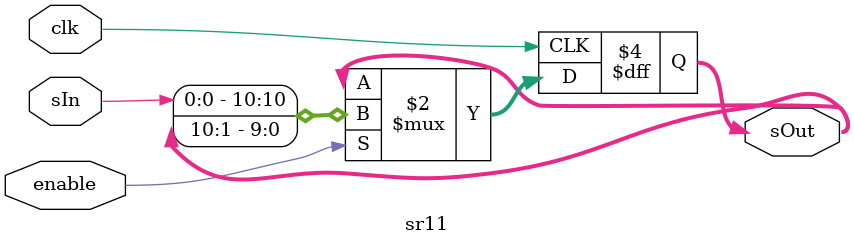
<source format=v>
module sr11(sIn,sOut, clk, enable);
	
	input sIn, enable, clk;
	output reg [10:0] sOut;
	
	always @(posedge clk) begin
	
		if (enable)
			sOut <= {sIn,sOut[10:1]};
	
	end
	
endmodule 
</source>
